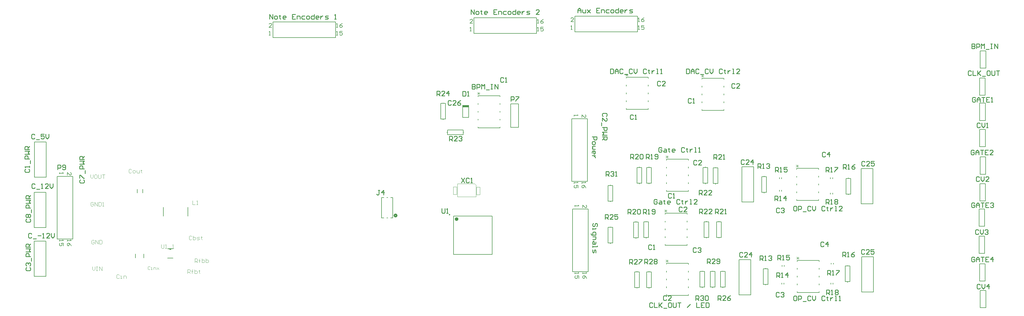
<source format=gto>
G04 Layer_Color=65535*
%FSLAX24Y24*%
%MOIN*%
G70*
G01*
G75*
%ADD24C,0.0100*%
%ADD40C,0.0060*%
%ADD41C,0.0098*%
%ADD42C,0.0236*%
%ADD43C,0.0200*%
%ADD44C,0.0079*%
%ADD45C,0.0039*%
%ADD46C,0.0030*%
%ADD47C,0.0080*%
%ADD48C,0.0020*%
%ADD49R,0.0748X0.0315*%
D24*
X5204Y-21949D02*
Y-21349D01*
X5504D01*
X5603Y-21449D01*
Y-21649D01*
X5504Y-21749D01*
X5204D01*
X5803Y-21849D02*
X5903Y-21949D01*
X6103D01*
X6203Y-21849D01*
Y-21449D01*
X6103Y-21349D01*
X5903D01*
X5803Y-21449D01*
Y-21549D01*
X5903Y-21649D01*
X6203D01*
X2270Y-17512D02*
X2170Y-17412D01*
X1970D01*
X1870Y-17512D01*
Y-17912D01*
X1970Y-18012D01*
X2170D01*
X2270Y-17912D01*
X2470Y-18112D02*
X2870D01*
X3470Y-17412D02*
X3070D01*
Y-17712D01*
X3270Y-17612D01*
X3370D01*
X3470Y-17712D01*
Y-17912D01*
X3370Y-18012D01*
X3170D01*
X3070Y-17912D01*
X3670Y-17412D02*
Y-17812D01*
X3869Y-18012D01*
X4069Y-17812D01*
Y-17412D01*
X2299Y-23851D02*
X2200Y-23751D01*
X2000D01*
X1900Y-23851D01*
Y-24250D01*
X2000Y-24350D01*
X2200D01*
X2299Y-24250D01*
X2499Y-24450D02*
X2899D01*
X3099Y-24350D02*
X3299D01*
X3199D01*
Y-23751D01*
X3099Y-23851D01*
X3999Y-24350D02*
X3599D01*
X3999Y-23951D01*
Y-23851D01*
X3899Y-23751D01*
X3699D01*
X3599Y-23851D01*
X4199Y-23751D02*
Y-24150D01*
X4399Y-24350D01*
X4599Y-24150D01*
Y-23751D01*
X1876Y-30179D02*
X1776Y-30079D01*
X1576D01*
X1476Y-30179D01*
Y-30579D01*
X1576Y-30679D01*
X1776D01*
X1876Y-30579D01*
X2076Y-30779D02*
X2476D01*
X2676Y-30379D02*
X3076D01*
X3276Y-30679D02*
X3476D01*
X3376D01*
Y-30079D01*
X3276Y-30179D01*
X4175Y-30679D02*
X3776D01*
X4175Y-30279D01*
Y-30179D01*
X4076Y-30079D01*
X3876D01*
X3776Y-30179D01*
X4375Y-30079D02*
Y-30479D01*
X4575Y-30679D01*
X4775Y-30479D01*
Y-30079D01*
X1262Y-28262D02*
X1162Y-28362D01*
Y-28561D01*
X1262Y-28661D01*
X1662D01*
X1762Y-28561D01*
Y-28362D01*
X1662Y-28262D01*
X1262Y-28062D02*
X1162Y-27962D01*
Y-27762D01*
X1262Y-27662D01*
X1362D01*
X1462Y-27762D01*
X1562Y-27662D01*
X1662D01*
X1762Y-27762D01*
Y-27962D01*
X1662Y-28062D01*
X1562D01*
X1462Y-27962D01*
X1362Y-28062D01*
X1262D01*
X1462Y-27962D02*
Y-27762D01*
X1862Y-27462D02*
Y-27062D01*
X1762Y-26862D02*
X1162D01*
Y-26562D01*
X1262Y-26462D01*
X1462D01*
X1562Y-26562D01*
Y-26862D01*
X1162Y-26262D02*
X1762D01*
X1562Y-26062D01*
X1762Y-25862D01*
X1162D01*
X1762Y-25662D02*
X1162D01*
Y-25362D01*
X1262Y-25263D01*
X1462D01*
X1562Y-25362D01*
Y-25662D01*
Y-25462D02*
X1762Y-25263D01*
X8132Y-23242D02*
X8032Y-23342D01*
Y-23542D01*
X8132Y-23642D01*
X8532D01*
X8632Y-23542D01*
Y-23342D01*
X8532Y-23242D01*
X8032Y-23042D02*
Y-22642D01*
X8132D01*
X8532Y-23042D01*
X8632D01*
X8732Y-22442D02*
Y-22042D01*
X8632Y-21842D02*
X8032D01*
Y-21542D01*
X8132Y-21442D01*
X8332D01*
X8432Y-21542D01*
Y-21842D01*
X8032Y-21243D02*
X8632D01*
X8432Y-21043D01*
X8632Y-20843D01*
X8032D01*
X8632Y-20643D02*
X8032D01*
Y-20343D01*
X8132Y-20243D01*
X8332D01*
X8432Y-20343D01*
Y-20643D01*
Y-20443D02*
X8632Y-20243D01*
X103297Y-19818D02*
X103197Y-19718D01*
X102997D01*
X102897Y-19818D01*
Y-20218D01*
X102997Y-20318D01*
X103197D01*
X103297Y-20218D01*
X103797Y-20318D02*
Y-19718D01*
X103497Y-20018D01*
X103897D01*
X103097Y-31278D02*
X102997Y-31178D01*
X102797D01*
X102697Y-31278D01*
Y-31678D01*
X102797Y-31778D01*
X102997D01*
X103097Y-31678D01*
X103597Y-31778D02*
Y-31178D01*
X103297Y-31478D01*
X103697D01*
X1262Y-34462D02*
X1162Y-34562D01*
Y-34762D01*
X1262Y-34862D01*
X1662D01*
X1762Y-34762D01*
Y-34562D01*
X1662Y-34462D01*
X1262Y-34262D02*
X1162Y-34162D01*
Y-33963D01*
X1262Y-33863D01*
X1362D01*
X1462Y-33963D01*
Y-34062D01*
Y-33963D01*
X1562Y-33863D01*
X1662D01*
X1762Y-33963D01*
Y-34162D01*
X1662Y-34262D01*
X1862Y-33663D02*
Y-33263D01*
X1762Y-33063D02*
X1162D01*
Y-32763D01*
X1262Y-32663D01*
X1462D01*
X1562Y-32763D01*
Y-33063D01*
X1162Y-32463D02*
X1762D01*
X1562Y-32263D01*
X1762Y-32063D01*
X1162D01*
X1762Y-31863D02*
X1162D01*
Y-31563D01*
X1262Y-31463D01*
X1462D01*
X1562Y-31563D01*
Y-31863D01*
Y-31663D02*
X1762Y-31463D01*
X86797Y-32018D02*
X86697Y-31918D01*
X86497D01*
X86397Y-32018D01*
Y-32418D01*
X86497Y-32518D01*
X86697D01*
X86797Y-32418D01*
X86997Y-32018D02*
X87097Y-31918D01*
X87297D01*
X87397Y-32018D01*
Y-32118D01*
X87297Y-32218D01*
X87197D01*
X87297D01*
X87397Y-32318D01*
Y-32418D01*
X87297Y-32518D01*
X87097D01*
X86997Y-32418D01*
X97408Y-26971D02*
X97308Y-26871D01*
X97108D01*
X97008Y-26971D01*
Y-27371D01*
X97108Y-27470D01*
X97308D01*
X97408Y-27371D01*
X97608Y-26971D02*
X97708Y-26871D01*
X97908D01*
X98008Y-26971D01*
Y-27071D01*
X97908Y-27171D01*
X97808D01*
X97908D01*
X98008Y-27271D01*
Y-27371D01*
X97908Y-27470D01*
X97708D01*
X97608Y-27371D01*
X97398Y-37729D02*
X97298Y-37629D01*
X97098D01*
X96998Y-37729D01*
Y-38128D01*
X97098Y-38228D01*
X97298D01*
X97398Y-38128D01*
X97598Y-37729D02*
X97698Y-37629D01*
X97898D01*
X97998Y-37729D01*
Y-37828D01*
X97898Y-37928D01*
X97798D01*
X97898D01*
X97998Y-38028D01*
Y-38128D01*
X97898Y-38228D01*
X97698D01*
X97598Y-38128D01*
X75283Y-15173D02*
X75383Y-15074D01*
Y-14874D01*
X75283Y-14774D01*
X74883D01*
X74783Y-14874D01*
Y-15074D01*
X74883Y-15173D01*
X74783Y-15773D02*
Y-15373D01*
X75183Y-15773D01*
X75283D01*
X75383Y-15673D01*
Y-15473D01*
X75283Y-15373D01*
X74683Y-15973D02*
Y-16373D01*
X74783Y-16573D02*
X75383D01*
Y-16873D01*
X75283Y-16973D01*
X75083D01*
X74983Y-16873D01*
Y-16573D01*
X75383Y-17173D02*
X74783D01*
X74983Y-17373D01*
X74783Y-17573D01*
X75383D01*
X74783Y-17773D02*
X75383D01*
Y-18073D01*
X75283Y-18173D01*
X75083D01*
X74983Y-18073D01*
Y-17773D01*
Y-17973D02*
X74783Y-18173D01*
X82969Y-38162D02*
X82869Y-38062D01*
X82669D01*
X82569Y-38162D01*
Y-38561D01*
X82669Y-38661D01*
X82869D01*
X82969Y-38561D01*
X83569Y-38661D02*
X83169D01*
X83569Y-38262D01*
Y-38162D01*
X83469Y-38062D01*
X83269D01*
X83169Y-38162D01*
X84986Y-26823D02*
X84887Y-26723D01*
X84687D01*
X84587Y-26823D01*
Y-27223D01*
X84687Y-27323D01*
X84887D01*
X84986Y-27223D01*
X85586Y-27323D02*
X85186D01*
X85586Y-26923D01*
Y-26823D01*
X85486Y-26723D01*
X85286D01*
X85186Y-26823D01*
X86847Y-20868D02*
X86747Y-20768D01*
X86547D01*
X86447Y-20868D01*
Y-21268D01*
X86547Y-21368D01*
X86747D01*
X86847Y-21268D01*
X87447Y-21368D02*
X87047D01*
X87447Y-20968D01*
Y-20868D01*
X87347Y-20768D01*
X87147D01*
X87047Y-20868D01*
X91719Y-11065D02*
X91619Y-10965D01*
X91419D01*
X91319Y-11065D01*
Y-11465D01*
X91419Y-11565D01*
X91619D01*
X91719Y-11465D01*
X92319Y-11565D02*
X91919D01*
X92319Y-11165D01*
Y-11065D01*
X92219Y-10965D01*
X92019D01*
X91919Y-11065D01*
X82227Y-10768D02*
X82127Y-10668D01*
X81927D01*
X81827Y-10768D01*
Y-11168D01*
X81927Y-11268D01*
X82127D01*
X82227Y-11168D01*
X82827Y-11268D02*
X82427D01*
X82827Y-10868D01*
Y-10768D01*
X82727Y-10668D01*
X82527D01*
X82427Y-10768D01*
X1114Y-21893D02*
X1014Y-21993D01*
Y-22193D01*
X1114Y-22293D01*
X1514D01*
X1614Y-22193D01*
Y-21993D01*
X1514Y-21893D01*
X1614Y-21693D02*
Y-21494D01*
Y-21594D01*
X1014D01*
X1114Y-21693D01*
X1714Y-21194D02*
Y-20794D01*
X1614Y-20594D02*
X1014D01*
Y-20294D01*
X1114Y-20194D01*
X1314D01*
X1414Y-20294D01*
Y-20594D01*
X1014Y-19994D02*
X1614D01*
X1414Y-19794D01*
X1614Y-19594D01*
X1014D01*
X1614Y-19394D02*
X1014D01*
Y-19094D01*
X1114Y-18994D01*
X1314D01*
X1414Y-19094D01*
Y-19394D01*
Y-19194D02*
X1614Y-18994D01*
X62167Y-10278D02*
X62067Y-10178D01*
X61867D01*
X61767Y-10278D01*
Y-10678D01*
X61867Y-10778D01*
X62067D01*
X62167Y-10678D01*
X62367Y-10778D02*
X62567D01*
X62467D01*
Y-10178D01*
X62367Y-10278D01*
X81089Y-31666D02*
X80989Y-31566D01*
X80789D01*
X80689Y-31666D01*
Y-32065D01*
X80789Y-32165D01*
X80989D01*
X81089Y-32065D01*
X81289Y-32165D02*
X81489D01*
X81389D01*
Y-31566D01*
X81289Y-31666D01*
X83628Y-25091D02*
X83528Y-24991D01*
X83328D01*
X83228Y-25091D01*
Y-25491D01*
X83328Y-25591D01*
X83528D01*
X83628Y-25491D01*
X83828Y-25591D02*
X84028D01*
X83928D01*
Y-24991D01*
X83828Y-25091D01*
X86158Y-12945D02*
X86058Y-12845D01*
X85858D01*
X85758Y-12945D01*
Y-13345D01*
X85858Y-13445D01*
X86058D01*
X86158Y-13345D01*
X86358Y-13445D02*
X86558D01*
X86458D01*
Y-12845D01*
X86358Y-12945D01*
X78746Y-15042D02*
X78646Y-14942D01*
X78446D01*
X78346Y-15042D01*
Y-15441D01*
X78446Y-15541D01*
X78646D01*
X78746Y-15441D01*
X78946Y-15541D02*
X79146D01*
X79046D01*
Y-14942D01*
X78946Y-15042D01*
X32293Y-2717D02*
Y-2117D01*
X32693Y-2717D01*
Y-2117D01*
X32993Y-2717D02*
X33193D01*
X33293Y-2617D01*
Y-2417D01*
X33193Y-2317D01*
X32993D01*
X32893Y-2417D01*
Y-2617D01*
X32993Y-2717D01*
X33593Y-2217D02*
Y-2317D01*
X33493D01*
X33693D01*
X33593D01*
Y-2617D01*
X33693Y-2717D01*
X34293D02*
X34093D01*
X33993Y-2617D01*
Y-2417D01*
X34093Y-2317D01*
X34293D01*
X34393Y-2417D01*
Y-2517D01*
X33993D01*
X35592Y-2117D02*
X35192D01*
Y-2717D01*
X35592D01*
X35192Y-2417D02*
X35392D01*
X35792Y-2717D02*
Y-2317D01*
X36092D01*
X36192Y-2417D01*
Y-2717D01*
X36792Y-2317D02*
X36492D01*
X36392Y-2417D01*
Y-2617D01*
X36492Y-2717D01*
X36792D01*
X37092D02*
X37292D01*
X37392Y-2617D01*
Y-2417D01*
X37292Y-2317D01*
X37092D01*
X36992Y-2417D01*
Y-2617D01*
X37092Y-2717D01*
X37991Y-2117D02*
Y-2717D01*
X37692D01*
X37592Y-2617D01*
Y-2417D01*
X37692Y-2317D01*
X37991D01*
X38491Y-2717D02*
X38291D01*
X38191Y-2617D01*
Y-2417D01*
X38291Y-2317D01*
X38491D01*
X38591Y-2417D01*
Y-2517D01*
X38191D01*
X38791Y-2317D02*
Y-2717D01*
Y-2517D01*
X38891Y-2417D01*
X38991Y-2317D01*
X39091D01*
X39391Y-2717D02*
X39691D01*
X39791Y-2617D01*
X39691Y-2517D01*
X39491D01*
X39391Y-2417D01*
X39491Y-2317D01*
X39791D01*
X40591Y-2717D02*
X40791D01*
X40691D01*
Y-2117D01*
X40591Y-2217D01*
X58012Y-2126D02*
Y-1526D01*
X58412Y-2126D01*
Y-1526D01*
X58712Y-2126D02*
X58912D01*
X59011Y-2026D01*
Y-1826D01*
X58912Y-1726D01*
X58712D01*
X58612Y-1826D01*
Y-2026D01*
X58712Y-2126D01*
X59311Y-1626D02*
Y-1726D01*
X59211D01*
X59411D01*
X59311D01*
Y-2026D01*
X59411Y-2126D01*
X60011D02*
X59811D01*
X59711Y-2026D01*
Y-1826D01*
X59811Y-1726D01*
X60011D01*
X60111Y-1826D01*
Y-1926D01*
X59711D01*
X61311Y-1526D02*
X60911D01*
Y-2126D01*
X61311D01*
X60911Y-1826D02*
X61111D01*
X61511Y-2126D02*
Y-1726D01*
X61811D01*
X61911Y-1826D01*
Y-2126D01*
X62510Y-1726D02*
X62210D01*
X62110Y-1826D01*
Y-2026D01*
X62210Y-2126D01*
X62510D01*
X62810D02*
X63010D01*
X63110Y-2026D01*
Y-1826D01*
X63010Y-1726D01*
X62810D01*
X62710Y-1826D01*
Y-2026D01*
X62810Y-2126D01*
X63710Y-1526D02*
Y-2126D01*
X63410D01*
X63310Y-2026D01*
Y-1826D01*
X63410Y-1726D01*
X63710D01*
X64210Y-2126D02*
X64010D01*
X63910Y-2026D01*
Y-1826D01*
X64010Y-1726D01*
X64210D01*
X64310Y-1826D01*
Y-1926D01*
X63910D01*
X64510Y-1726D02*
Y-2126D01*
Y-1926D01*
X64610Y-1826D01*
X64710Y-1726D01*
X64810D01*
X65110Y-2126D02*
X65409D01*
X65509Y-2026D01*
X65409Y-1926D01*
X65209D01*
X65110Y-1826D01*
X65209Y-1726D01*
X65509D01*
X66709Y-2126D02*
X66309D01*
X66709Y-1726D01*
Y-1626D01*
X66609Y-1526D01*
X66409D01*
X66309Y-1626D01*
X71654Y-1909D02*
Y-1510D01*
X71853Y-1310D01*
X72053Y-1510D01*
Y-1909D01*
Y-1610D01*
X71654D01*
X72253Y-1510D02*
Y-1809D01*
X72353Y-1909D01*
X72653D01*
Y-1510D01*
X72853D02*
X73253Y-1909D01*
X73053Y-1710D01*
X73253Y-1510D01*
X72853Y-1909D01*
X74453Y-1310D02*
X74053D01*
Y-1909D01*
X74453D01*
X74053Y-1610D02*
X74253D01*
X74653Y-1909D02*
Y-1510D01*
X74952D01*
X75052Y-1610D01*
Y-1909D01*
X75652Y-1510D02*
X75352D01*
X75252Y-1610D01*
Y-1809D01*
X75352Y-1909D01*
X75652D01*
X75952D02*
X76152D01*
X76252Y-1809D01*
Y-1610D01*
X76152Y-1510D01*
X75952D01*
X75852Y-1610D01*
Y-1809D01*
X75952Y-1909D01*
X76852Y-1310D02*
Y-1909D01*
X76552D01*
X76452Y-1809D01*
Y-1610D01*
X76552Y-1510D01*
X76852D01*
X77352Y-1909D02*
X77152D01*
X77052Y-1809D01*
Y-1610D01*
X77152Y-1510D01*
X77352D01*
X77452Y-1610D01*
Y-1710D01*
X77052D01*
X77652Y-1510D02*
Y-1909D01*
Y-1710D01*
X77752Y-1610D01*
X77852Y-1510D01*
X77952D01*
X78251Y-1909D02*
X78551D01*
X78651Y-1809D01*
X78551Y-1710D01*
X78351D01*
X78251Y-1610D01*
X78351Y-1510D01*
X78651D01*
X74033Y-29209D02*
X74133Y-29109D01*
Y-28909D01*
X74033Y-28809D01*
X73933D01*
X73833Y-28909D01*
Y-29109D01*
X73733Y-29209D01*
X73633D01*
X73533Y-29109D01*
Y-28909D01*
X73633Y-28809D01*
X73533Y-29409D02*
Y-29609D01*
Y-29509D01*
X73933D01*
Y-29409D01*
X73334Y-30109D02*
Y-30209D01*
X73433Y-30309D01*
X73933D01*
Y-30009D01*
X73833Y-29909D01*
X73633D01*
X73533Y-30009D01*
Y-30309D01*
Y-30509D02*
X73933D01*
Y-30808D01*
X73833Y-30908D01*
X73533D01*
X73933Y-31208D02*
Y-31408D01*
X73833Y-31508D01*
X73533D01*
Y-31208D01*
X73633Y-31108D01*
X73733Y-31208D01*
Y-31508D01*
X73533Y-31708D02*
Y-31908D01*
Y-31808D01*
X74133D01*
Y-31708D01*
X73533Y-32208D02*
Y-32508D01*
X73633Y-32608D01*
X73733Y-32508D01*
Y-32308D01*
X73833Y-32208D01*
X73933Y-32308D01*
Y-32608D01*
X73494Y-17756D02*
X74094D01*
Y-18056D01*
X73994Y-18156D01*
X73794D01*
X73694Y-18056D01*
Y-17756D01*
X73494Y-18456D02*
Y-18656D01*
X73594Y-18756D01*
X73794D01*
X73894Y-18656D01*
Y-18456D01*
X73794Y-18356D01*
X73594D01*
X73494Y-18456D01*
X73894Y-18956D02*
X73594D01*
X73494Y-19055D01*
X73594Y-19155D01*
X73494Y-19255D01*
X73594Y-19355D01*
X73894D01*
X73494Y-19855D02*
Y-19655D01*
X73594Y-19555D01*
X73794D01*
X73894Y-19655D01*
Y-19855D01*
X73794Y-19955D01*
X73694D01*
Y-19555D01*
X73894Y-20155D02*
X73494D01*
X73694D01*
X73794Y-20255D01*
X73894Y-20355D01*
Y-20455D01*
X56772Y-23032D02*
X57172Y-23632D01*
Y-23032D02*
X56772Y-23632D01*
X57771Y-23132D02*
X57671Y-23032D01*
X57471D01*
X57371Y-23132D01*
Y-23532D01*
X57471Y-23632D01*
X57671D01*
X57771Y-23532D01*
X57971Y-23632D02*
X58171D01*
X58071D01*
Y-23032D01*
X57971Y-23132D01*
X81217Y-39047D02*
X81117Y-38947D01*
X80917D01*
X80817Y-39047D01*
Y-39447D01*
X80917Y-39547D01*
X81117D01*
X81217Y-39447D01*
X81417Y-38947D02*
Y-39547D01*
X81817D01*
X82017Y-38947D02*
Y-39547D01*
Y-39347D01*
X82416Y-38947D01*
X82117Y-39247D01*
X82416Y-39547D01*
X82616Y-39647D02*
X83016D01*
X83516Y-38947D02*
X83316D01*
X83216Y-39047D01*
Y-39447D01*
X83316Y-39547D01*
X83516D01*
X83616Y-39447D01*
Y-39047D01*
X83516Y-38947D01*
X83816D02*
Y-39447D01*
X83916Y-39547D01*
X84116D01*
X84216Y-39447D01*
Y-38947D01*
X84416D02*
X84816D01*
X84616D01*
Y-39547D01*
X85615D02*
X86015Y-39147D01*
X86815Y-38947D02*
Y-39547D01*
X87215D01*
X87815Y-38947D02*
X87415D01*
Y-39547D01*
X87815D01*
X87415Y-39247D02*
X87615D01*
X88015Y-38947D02*
Y-39547D01*
X88315D01*
X88414Y-39447D01*
Y-39047D01*
X88315Y-38947D01*
X88015D01*
X58140Y-11073D02*
Y-11673D01*
X58440D01*
X58540Y-11573D01*
Y-11473D01*
X58440Y-11373D01*
X58140D01*
X58440D01*
X58540Y-11273D01*
Y-11173D01*
X58440Y-11073D01*
X58140D01*
X58740Y-11673D02*
Y-11073D01*
X59039D01*
X59139Y-11173D01*
Y-11373D01*
X59039Y-11473D01*
X58740D01*
X59339Y-11673D02*
Y-11073D01*
X59539Y-11273D01*
X59739Y-11073D01*
Y-11673D01*
X59939Y-11773D02*
X60339D01*
X60539Y-11073D02*
X60739D01*
X60639D01*
Y-11673D01*
X60539D01*
X60739D01*
X61039D02*
Y-11073D01*
X61439Y-11673D01*
Y-11073D01*
X82388Y-19234D02*
X82288Y-19134D01*
X82088D01*
X81988Y-19234D01*
Y-19634D01*
X82088Y-19734D01*
X82288D01*
X82388Y-19634D01*
Y-19434D01*
X82188D01*
X82688Y-19334D02*
X82888D01*
X82988Y-19434D01*
Y-19734D01*
X82688D01*
X82588Y-19634D01*
X82688Y-19534D01*
X82988D01*
X83288Y-19234D02*
Y-19334D01*
X83188D01*
X83388D01*
X83288D01*
Y-19634D01*
X83388Y-19734D01*
X83988D02*
X83788D01*
X83688Y-19634D01*
Y-19434D01*
X83788Y-19334D01*
X83988D01*
X84088Y-19434D01*
Y-19534D01*
X83688D01*
X85287Y-19234D02*
X85187Y-19134D01*
X84987D01*
X84887Y-19234D01*
Y-19634D01*
X84987Y-19734D01*
X85187D01*
X85287Y-19634D01*
X85587Y-19234D02*
Y-19334D01*
X85487D01*
X85687D01*
X85587D01*
Y-19634D01*
X85687Y-19734D01*
X85987Y-19334D02*
Y-19734D01*
Y-19534D01*
X86087Y-19434D01*
X86187Y-19334D01*
X86287D01*
X86587Y-19734D02*
X86787D01*
X86687D01*
Y-19134D01*
X86587D01*
X87087Y-19734D02*
X87286D01*
X87187D01*
Y-19134D01*
X87087Y-19234D01*
X99503Y-26634D02*
X99303D01*
X99203Y-26734D01*
Y-27134D01*
X99303Y-27234D01*
X99503D01*
X99603Y-27134D01*
Y-26734D01*
X99503Y-26634D01*
X99803Y-27234D02*
Y-26634D01*
X100102D01*
X100202Y-26734D01*
Y-26934D01*
X100102Y-27034D01*
X99803D01*
X100402Y-27334D02*
X100802D01*
X101402Y-26734D02*
X101302Y-26634D01*
X101102D01*
X101002Y-26734D01*
Y-27134D01*
X101102Y-27234D01*
X101302D01*
X101402Y-27134D01*
X101602Y-26634D02*
Y-27034D01*
X101802Y-27234D01*
X102002Y-27034D01*
Y-26634D01*
X103201Y-26734D02*
X103101Y-26634D01*
X102902D01*
X102802Y-26734D01*
Y-27134D01*
X102902Y-27234D01*
X103101D01*
X103201Y-27134D01*
X103501Y-26734D02*
Y-26834D01*
X103401D01*
X103601D01*
X103501D01*
Y-27134D01*
X103601Y-27234D01*
X103901Y-26834D02*
Y-27234D01*
Y-27034D01*
X104001Y-26934D01*
X104101Y-26834D01*
X104201D01*
X104501Y-27234D02*
X104701D01*
X104601D01*
Y-26634D01*
X104501D01*
X105401Y-27234D02*
X105001D01*
X105401Y-26834D01*
Y-26734D01*
X105301Y-26634D01*
X105101D01*
X105001Y-26734D01*
X85522Y-9085D02*
Y-9685D01*
X85822D01*
X85922Y-9585D01*
Y-9185D01*
X85822Y-9085D01*
X85522D01*
X86121Y-9685D02*
Y-9285D01*
X86321Y-9085D01*
X86521Y-9285D01*
Y-9685D01*
Y-9385D01*
X86121D01*
X87121Y-9185D02*
X87021Y-9085D01*
X86821D01*
X86721Y-9185D01*
Y-9585D01*
X86821Y-9685D01*
X87021D01*
X87121Y-9585D01*
X87321Y-9785D02*
X87721D01*
X88321Y-9185D02*
X88221Y-9085D01*
X88021D01*
X87921Y-9185D01*
Y-9585D01*
X88021Y-9685D01*
X88221D01*
X88321Y-9585D01*
X88521Y-9085D02*
Y-9485D01*
X88721Y-9685D01*
X88921Y-9485D01*
Y-9085D01*
X90120Y-9185D02*
X90020Y-9085D01*
X89820D01*
X89720Y-9185D01*
Y-9585D01*
X89820Y-9685D01*
X90020D01*
X90120Y-9585D01*
X90420Y-9185D02*
Y-9285D01*
X90320D01*
X90520D01*
X90420D01*
Y-9585D01*
X90520Y-9685D01*
X90820Y-9285D02*
Y-9685D01*
Y-9485D01*
X90920Y-9385D01*
X91020Y-9285D01*
X91120D01*
X91420Y-9685D02*
X91620D01*
X91520D01*
Y-9085D01*
X91420D01*
X92319Y-9685D02*
X91920D01*
X92319Y-9285D01*
Y-9185D01*
X92219Y-9085D01*
X92020D01*
X91920Y-9185D01*
X75246Y-22805D02*
Y-22205D01*
X75546D01*
X75646Y-22305D01*
Y-22505D01*
X75546Y-22605D01*
X75246D01*
X75446D02*
X75646Y-22805D01*
X75846Y-22305D02*
X75946Y-22205D01*
X76146D01*
X76246Y-22305D01*
Y-22405D01*
X76146Y-22505D01*
X76046D01*
X76146D01*
X76246Y-22605D01*
Y-22705D01*
X76146Y-22805D01*
X75946D01*
X75846Y-22705D01*
X76446Y-22805D02*
X76646D01*
X76546D01*
Y-22205D01*
X76446Y-22305D01*
X86722Y-38647D02*
Y-38047D01*
X87022D01*
X87122Y-38147D01*
Y-38347D01*
X87022Y-38447D01*
X86722D01*
X86922D02*
X87122Y-38647D01*
X87322Y-38147D02*
X87422Y-38047D01*
X87622D01*
X87722Y-38147D01*
Y-38247D01*
X87622Y-38347D01*
X87522D01*
X87622D01*
X87722Y-38447D01*
Y-38547D01*
X87622Y-38647D01*
X87422D01*
X87322Y-38547D01*
X87922Y-38147D02*
X88022Y-38047D01*
X88222D01*
X88322Y-38147D01*
Y-38547D01*
X88222Y-38647D01*
X88022D01*
X87922Y-38547D01*
Y-38147D01*
X88179Y-33972D02*
Y-33372D01*
X88479D01*
X88579Y-33472D01*
Y-33672D01*
X88479Y-33772D01*
X88179D01*
X88379D02*
X88579Y-33972D01*
X89179D02*
X88779D01*
X89179Y-33572D01*
Y-33472D01*
X89079Y-33372D01*
X88879D01*
X88779Y-33472D01*
X89379Y-33872D02*
X89479Y-33972D01*
X89679D01*
X89779Y-33872D01*
Y-33472D01*
X89679Y-33372D01*
X89479D01*
X89379Y-33472D01*
Y-33572D01*
X89479Y-33672D01*
X89779D01*
X80167Y-34001D02*
Y-33401D01*
X80467D01*
X80567Y-33501D01*
Y-33701D01*
X80467Y-33801D01*
X80167D01*
X80367D02*
X80567Y-34001D01*
X81167D02*
X80767D01*
X81167Y-33601D01*
Y-33501D01*
X81067Y-33401D01*
X80867D01*
X80767Y-33501D01*
X81367D02*
X81467Y-33401D01*
X81667D01*
X81767Y-33501D01*
Y-33601D01*
X81667Y-33701D01*
X81767Y-33801D01*
Y-33901D01*
X81667Y-34001D01*
X81467D01*
X81367Y-33901D01*
Y-33801D01*
X81467Y-33701D01*
X81367Y-33601D01*
Y-33501D01*
X81467Y-33701D02*
X81667D01*
X78258Y-34021D02*
Y-33421D01*
X78558D01*
X78658Y-33521D01*
Y-33721D01*
X78558Y-33821D01*
X78258D01*
X78458D02*
X78658Y-34021D01*
X79258D02*
X78858D01*
X79258Y-33621D01*
Y-33521D01*
X79158Y-33421D01*
X78958D01*
X78858Y-33521D01*
X79457Y-33421D02*
X79857D01*
Y-33521D01*
X79457Y-33921D01*
Y-34021D01*
X89537Y-38647D02*
Y-38047D01*
X89837D01*
X89937Y-38147D01*
Y-38347D01*
X89837Y-38447D01*
X89537D01*
X89737D02*
X89937Y-38647D01*
X90537D02*
X90137D01*
X90537Y-38247D01*
Y-38147D01*
X90437Y-38047D01*
X90237D01*
X90137Y-38147D01*
X91137Y-38047D02*
X90937Y-38147D01*
X90737Y-38347D01*
Y-38547D01*
X90837Y-38647D01*
X91037D01*
X91137Y-38547D01*
Y-38447D01*
X91037Y-38347D01*
X90737D01*
X53663Y-12511D02*
Y-11911D01*
X53963D01*
X54063Y-12011D01*
Y-12211D01*
X53963Y-12311D01*
X53663D01*
X53863D02*
X54063Y-12511D01*
X54663D02*
X54263D01*
X54663Y-12111D01*
Y-12011D01*
X54563Y-11911D01*
X54363D01*
X54263Y-12011D01*
X55163Y-12511D02*
Y-11911D01*
X54863Y-12211D01*
X55263D01*
X55256Y-18297D02*
Y-17697D01*
X55556D01*
X55656Y-17797D01*
Y-17997D01*
X55556Y-18097D01*
X55256D01*
X55456D02*
X55656Y-18297D01*
X56256D02*
X55856D01*
X56256Y-17897D01*
Y-17797D01*
X56156Y-17697D01*
X55956D01*
X55856Y-17797D01*
X56456D02*
X56555Y-17697D01*
X56755D01*
X56855Y-17797D01*
Y-17897D01*
X56755Y-17997D01*
X56655D01*
X56755D01*
X56855Y-18097D01*
Y-18197D01*
X56755Y-18297D01*
X56555D01*
X56456Y-18197D01*
X87136Y-25207D02*
Y-24607D01*
X87436D01*
X87536Y-24707D01*
Y-24907D01*
X87436Y-25007D01*
X87136D01*
X87336D02*
X87536Y-25207D01*
X88135D02*
X87736D01*
X88135Y-24807D01*
Y-24707D01*
X88036Y-24607D01*
X87836D01*
X87736Y-24707D01*
X88735Y-25207D02*
X88335D01*
X88735Y-24807D01*
Y-24707D01*
X88635Y-24607D01*
X88435D01*
X88335Y-24707D01*
X89017Y-20618D02*
Y-20018D01*
X89317D01*
X89417Y-20118D01*
Y-20318D01*
X89317Y-20418D01*
X89017D01*
X89217D02*
X89417Y-20618D01*
X90017D02*
X89617D01*
X90017Y-20218D01*
Y-20118D01*
X89917Y-20018D01*
X89717D01*
X89617Y-20118D01*
X90217Y-20618D02*
X90417D01*
X90317D01*
Y-20018D01*
X90217Y-20118D01*
X78366Y-20596D02*
Y-19996D01*
X78666D01*
X78766Y-20096D01*
Y-20296D01*
X78666Y-20396D01*
X78366D01*
X78566D02*
X78766Y-20596D01*
X79366D02*
X78966D01*
X79366Y-20196D01*
Y-20096D01*
X79266Y-19996D01*
X79066D01*
X78966Y-20096D01*
X79566D02*
X79666Y-19996D01*
X79866D01*
X79966Y-20096D01*
Y-20496D01*
X79866Y-20596D01*
X79666D01*
X79566Y-20496D01*
Y-20096D01*
X80374Y-20596D02*
Y-19996D01*
X80674D01*
X80774Y-20096D01*
Y-20296D01*
X80674Y-20396D01*
X80374D01*
X80574D02*
X80774Y-20596D01*
X80974D02*
X81174D01*
X81074D01*
Y-19996D01*
X80974Y-20096D01*
X81474Y-20496D02*
X81574Y-20596D01*
X81774D01*
X81874Y-20496D01*
Y-20096D01*
X81774Y-19996D01*
X81574D01*
X81474Y-20096D01*
Y-20196D01*
X81574Y-20296D01*
X81874D01*
X105551Y-21890D02*
Y-21290D01*
X105851D01*
X105951Y-21390D01*
Y-21590D01*
X105851Y-21690D01*
X105551D01*
X105751D02*
X105951Y-21890D01*
X106151D02*
X106351D01*
X106251D01*
Y-21290D01*
X106151Y-21390D01*
X107051Y-21290D02*
X106851Y-21390D01*
X106651Y-21590D01*
Y-21790D01*
X106751Y-21890D01*
X106951D01*
X107051Y-21790D01*
Y-21690D01*
X106951Y-21590D01*
X106651D01*
X94656Y-21781D02*
Y-21182D01*
X94955D01*
X95055Y-21282D01*
Y-21482D01*
X94955Y-21582D01*
X94656D01*
X94855D02*
X95055Y-21781D01*
X95255D02*
X95455D01*
X95355D01*
Y-21182D01*
X95255Y-21282D01*
X95755D02*
X95855Y-21182D01*
X96055D01*
X96155Y-21282D01*
Y-21382D01*
X96055Y-21482D01*
X95955D01*
X96055D01*
X96155Y-21582D01*
Y-21682D01*
X96055Y-21781D01*
X95855D01*
X95755Y-21682D01*
X63131Y-13231D02*
Y-12631D01*
X63430D01*
X63530Y-12731D01*
Y-12931D01*
X63430Y-13031D01*
X63131D01*
X63730Y-12631D02*
X64130D01*
Y-12731D01*
X63730Y-13131D01*
Y-13231D01*
X123048Y-36685D02*
X122948Y-36585D01*
X122748D01*
X122648Y-36685D01*
Y-37085D01*
X122748Y-37185D01*
X122948D01*
X123048Y-37085D01*
X123247Y-36585D02*
Y-36985D01*
X123447Y-37185D01*
X123647Y-36985D01*
Y-36585D01*
X124147Y-37185D02*
Y-36585D01*
X123847Y-36885D01*
X124247D01*
X122359Y-33211D02*
X122259Y-33111D01*
X122059D01*
X121959Y-33211D01*
Y-33611D01*
X122059Y-33711D01*
X122259D01*
X122359Y-33611D01*
Y-33411D01*
X122159D01*
X122558Y-33711D02*
Y-33311D01*
X122758Y-33111D01*
X122958Y-33311D01*
Y-33711D01*
Y-33411D01*
X122558D01*
X123158Y-33111D02*
X123558D01*
X123358D01*
Y-33711D01*
X124158Y-33111D02*
X123758D01*
Y-33711D01*
X124158D01*
X123758Y-33411D02*
X123958D01*
X124658Y-33711D02*
Y-33111D01*
X124358Y-33411D01*
X124758D01*
X122349Y-26301D02*
X122249Y-26201D01*
X122049D01*
X121949Y-26301D01*
Y-26701D01*
X122049Y-26801D01*
X122249D01*
X122349Y-26701D01*
Y-26501D01*
X122149D01*
X122549Y-26801D02*
Y-26401D01*
X122749Y-26201D01*
X122949Y-26401D01*
Y-26801D01*
Y-26501D01*
X122549D01*
X123148Y-26201D02*
X123548D01*
X123348D01*
Y-26801D01*
X124148Y-26201D02*
X123748D01*
Y-26801D01*
X124148D01*
X123748Y-26501D02*
X123948D01*
X124348Y-26301D02*
X124448Y-26201D01*
X124648D01*
X124748Y-26301D01*
Y-26401D01*
X124648Y-26501D01*
X124548D01*
X124648D01*
X124748Y-26601D01*
Y-26701D01*
X124648Y-26801D01*
X124448D01*
X124348Y-26701D01*
X122949Y-22955D02*
X122849Y-22855D01*
X122649D01*
X122549Y-22955D01*
Y-23355D01*
X122649Y-23455D01*
X122849D01*
X122949Y-23355D01*
X123149Y-22855D02*
Y-23255D01*
X123349Y-23455D01*
X123549Y-23255D01*
Y-22855D01*
X124149Y-23455D02*
X123749D01*
X124149Y-23055D01*
Y-22955D01*
X124049Y-22855D01*
X123849D01*
X123749Y-22955D01*
X122290Y-19569D02*
X122190Y-19469D01*
X121990D01*
X121890Y-19569D01*
Y-19969D01*
X121990Y-20069D01*
X122190D01*
X122290Y-19969D01*
Y-19769D01*
X122090D01*
X122490Y-20069D02*
Y-19669D01*
X122690Y-19469D01*
X122889Y-19669D01*
Y-20069D01*
Y-19769D01*
X122490D01*
X123089Y-19469D02*
X123489D01*
X123289D01*
Y-20069D01*
X124089Y-19469D02*
X123689D01*
Y-20069D01*
X124089D01*
X123689Y-19769D02*
X123889D01*
X124689Y-20069D02*
X124289D01*
X124689Y-19669D01*
Y-19569D01*
X124589Y-19469D01*
X124389D01*
X124289Y-19569D01*
X123048Y-16085D02*
X122948Y-15985D01*
X122748D01*
X122648Y-16085D01*
Y-16485D01*
X122748Y-16585D01*
X122948D01*
X123048Y-16485D01*
X123247Y-15985D02*
Y-16385D01*
X123447Y-16585D01*
X123647Y-16385D01*
Y-15985D01*
X123847Y-16585D02*
X124047D01*
X123947D01*
Y-15985D01*
X123847Y-16085D01*
X122437Y-12827D02*
X122337Y-12727D01*
X122137D01*
X122037Y-12827D01*
Y-13227D01*
X122137Y-13327D01*
X122337D01*
X122437Y-13227D01*
Y-13027D01*
X122237D01*
X122637Y-13327D02*
Y-12927D01*
X122837Y-12727D01*
X123037Y-12927D01*
Y-13327D01*
Y-13027D01*
X122637D01*
X123237Y-12727D02*
X123637D01*
X123437D01*
Y-13327D01*
X124237Y-12727D02*
X123837D01*
Y-13327D01*
X124237D01*
X123837Y-13027D02*
X124037D01*
X124437Y-13327D02*
X124637D01*
X124537D01*
Y-12727D01*
X124437Y-12827D01*
X121906Y-9441D02*
X121806Y-9341D01*
X121606D01*
X121506Y-9441D01*
Y-9841D01*
X121606Y-9941D01*
X121806D01*
X121906Y-9841D01*
X122106Y-9341D02*
Y-9941D01*
X122506D01*
X122706Y-9341D02*
Y-9941D01*
Y-9741D01*
X123105Y-9341D01*
X122805Y-9641D01*
X123105Y-9941D01*
X123305Y-10041D02*
X123705D01*
X124205Y-9341D02*
X124005D01*
X123905Y-9441D01*
Y-9841D01*
X124005Y-9941D01*
X124205D01*
X124305Y-9841D01*
Y-9441D01*
X124205Y-9341D01*
X124505D02*
Y-9841D01*
X124605Y-9941D01*
X124805D01*
X124905Y-9841D01*
Y-9341D01*
X125105D02*
X125505D01*
X125305D01*
Y-9941D01*
X121978Y-5886D02*
Y-6486D01*
X122278D01*
X122378Y-6386D01*
Y-6286D01*
X122278Y-6186D01*
X121978D01*
X122278D01*
X122378Y-6086D01*
Y-5986D01*
X122278Y-5886D01*
X121978D01*
X122578Y-6486D02*
Y-5886D01*
X122878D01*
X122978Y-5986D01*
Y-6186D01*
X122878Y-6286D01*
X122578D01*
X123178Y-6486D02*
Y-5886D01*
X123378Y-6086D01*
X123578Y-5886D01*
Y-6486D01*
X123778Y-6586D02*
X124178D01*
X124378Y-5886D02*
X124578D01*
X124478D01*
Y-6486D01*
X124378D01*
X124578D01*
X124877D02*
Y-5886D01*
X125277Y-6486D01*
Y-5886D01*
X56949Y-11949D02*
Y-12549D01*
X57249D01*
X57349Y-12449D01*
Y-12049D01*
X57249Y-11949D01*
X56949D01*
X57549Y-12549D02*
X57749D01*
X57649D01*
Y-11949D01*
X57549Y-12049D01*
X55470Y-13241D02*
X55370Y-13141D01*
X55170D01*
X55071Y-13241D01*
Y-13641D01*
X55170Y-13741D01*
X55370D01*
X55470Y-13641D01*
X56070Y-13741D02*
X55670D01*
X56070Y-13341D01*
Y-13241D01*
X55970Y-13141D01*
X55770D01*
X55670Y-13241D01*
X56670Y-13141D02*
X56470Y-13241D01*
X56270Y-13441D01*
Y-13641D01*
X56370Y-13741D01*
X56570D01*
X56670Y-13641D01*
Y-13541D01*
X56570Y-13441D01*
X56270D01*
X54291Y-26940D02*
Y-27439D01*
X54391Y-27539D01*
X54591D01*
X54691Y-27439D01*
Y-26940D01*
X54891Y-27539D02*
X55091D01*
X54991D01*
Y-26940D01*
X54891Y-27040D01*
X81768Y-25868D02*
X81668Y-25768D01*
X81468D01*
X81368Y-25868D01*
Y-26268D01*
X81468Y-26368D01*
X81668D01*
X81768Y-26268D01*
Y-26068D01*
X81568D01*
X82068Y-25968D02*
X82268D01*
X82368Y-26068D01*
Y-26368D01*
X82068D01*
X81968Y-26268D01*
X82068Y-26168D01*
X82368D01*
X82668Y-25868D02*
Y-25968D01*
X82568D01*
X82768D01*
X82668D01*
Y-26268D01*
X82768Y-26368D01*
X83367D02*
X83168D01*
X83068Y-26268D01*
Y-26068D01*
X83168Y-25968D01*
X83367D01*
X83467Y-26068D01*
Y-26168D01*
X83068D01*
X84667Y-25868D02*
X84567Y-25768D01*
X84367D01*
X84267Y-25868D01*
Y-26268D01*
X84367Y-26368D01*
X84567D01*
X84667Y-26268D01*
X84967Y-25868D02*
Y-25968D01*
X84867D01*
X85067D01*
X84967D01*
Y-26268D01*
X85067Y-26368D01*
X85367Y-25968D02*
Y-26368D01*
Y-26168D01*
X85467Y-26068D01*
X85567Y-25968D01*
X85667D01*
X85967Y-26368D02*
X86167D01*
X86067D01*
Y-25768D01*
X85967D01*
X86866Y-26368D02*
X86466D01*
X86866Y-25968D01*
Y-25868D01*
X86766Y-25768D01*
X86566D01*
X86466Y-25868D01*
X99513Y-38081D02*
X99313D01*
X99213Y-38181D01*
Y-38581D01*
X99313Y-38681D01*
X99513D01*
X99612Y-38581D01*
Y-38181D01*
X99513Y-38081D01*
X99812Y-38681D02*
Y-38081D01*
X100112D01*
X100212Y-38181D01*
Y-38381D01*
X100112Y-38481D01*
X99812D01*
X100412Y-38781D02*
X100812D01*
X101412Y-38181D02*
X101312Y-38081D01*
X101112D01*
X101012Y-38181D01*
Y-38581D01*
X101112Y-38681D01*
X101312D01*
X101412Y-38581D01*
X101612Y-38081D02*
Y-38481D01*
X101812Y-38681D01*
X102012Y-38481D01*
Y-38081D01*
X103211Y-38181D02*
X103111Y-38081D01*
X102911D01*
X102811Y-38181D01*
Y-38581D01*
X102911Y-38681D01*
X103111D01*
X103211Y-38581D01*
X103511Y-38181D02*
Y-38281D01*
X103411D01*
X103611D01*
X103511D01*
Y-38581D01*
X103611Y-38681D01*
X103911Y-38281D02*
Y-38681D01*
Y-38481D01*
X104011Y-38381D01*
X104111Y-38281D01*
X104211D01*
X104511Y-38681D02*
X104711D01*
X104611D01*
Y-38081D01*
X104511D01*
X105011Y-38681D02*
X105211D01*
X105111D01*
Y-38081D01*
X105011Y-38181D01*
X75807Y-9085D02*
Y-9685D01*
X76107D01*
X76207Y-9585D01*
Y-9185D01*
X76107Y-9085D01*
X75807D01*
X76407Y-9685D02*
Y-9285D01*
X76607Y-9085D01*
X76807Y-9285D01*
Y-9685D01*
Y-9385D01*
X76407D01*
X77407Y-9185D02*
X77307Y-9085D01*
X77107D01*
X77007Y-9185D01*
Y-9585D01*
X77107Y-9685D01*
X77307D01*
X77407Y-9585D01*
X77607Y-9785D02*
X78006D01*
X78606Y-9185D02*
X78506Y-9085D01*
X78306D01*
X78206Y-9185D01*
Y-9585D01*
X78306Y-9685D01*
X78506D01*
X78606Y-9585D01*
X78806Y-9085D02*
Y-9485D01*
X79006Y-9685D01*
X79206Y-9485D01*
Y-9085D01*
X80406Y-9185D02*
X80306Y-9085D01*
X80106D01*
X80006Y-9185D01*
Y-9585D01*
X80106Y-9685D01*
X80306D01*
X80406Y-9585D01*
X80705Y-9185D02*
Y-9285D01*
X80606D01*
X80805D01*
X80705D01*
Y-9585D01*
X80805Y-9685D01*
X81105Y-9285D02*
Y-9685D01*
Y-9485D01*
X81205Y-9385D01*
X81305Y-9285D01*
X81405D01*
X81705Y-9685D02*
X81905D01*
X81805D01*
Y-9085D01*
X81705D01*
X82205Y-9685D02*
X82405D01*
X82305D01*
Y-9085D01*
X82205Y-9185D01*
X87197Y-27595D02*
Y-26995D01*
X87496D01*
X87596Y-27095D01*
Y-27295D01*
X87496Y-27395D01*
X87197D01*
X87396D02*
X87596Y-27595D01*
X88196D02*
X87796D01*
X88196Y-27195D01*
Y-27095D01*
X88096Y-26995D01*
X87896D01*
X87796Y-27095D01*
X88796Y-27595D02*
X88396D01*
X88796Y-27195D01*
Y-27095D01*
X88696Y-26995D01*
X88496D01*
X88396Y-27095D01*
X89214Y-27604D02*
Y-27005D01*
X89514D01*
X89614Y-27105D01*
Y-27305D01*
X89514Y-27404D01*
X89214D01*
X89414D02*
X89614Y-27604D01*
X90214D02*
X89814D01*
X90214Y-27205D01*
Y-27105D01*
X90114Y-27005D01*
X89914D01*
X89814Y-27105D01*
X90414Y-27604D02*
X90614D01*
X90514D01*
Y-27005D01*
X90414Y-27105D01*
X78063Y-27614D02*
Y-27014D01*
X78363D01*
X78463Y-27114D01*
Y-27314D01*
X78363Y-27414D01*
X78063D01*
X78263D02*
X78463Y-27614D01*
X79062D02*
X78662D01*
X79062Y-27214D01*
Y-27114D01*
X78962Y-27014D01*
X78762D01*
X78662Y-27114D01*
X79262D02*
X79362Y-27014D01*
X79562D01*
X79662Y-27114D01*
Y-27514D01*
X79562Y-27614D01*
X79362D01*
X79262Y-27514D01*
Y-27114D01*
X80031Y-27624D02*
Y-27024D01*
X80331D01*
X80431Y-27124D01*
Y-27324D01*
X80331Y-27424D01*
X80031D01*
X80231D02*
X80431Y-27624D01*
X80631D02*
X80831D01*
X80731D01*
Y-27024D01*
X80631Y-27124D01*
X81131Y-27524D02*
X81231Y-27624D01*
X81431D01*
X81531Y-27524D01*
Y-27124D01*
X81431Y-27024D01*
X81231D01*
X81131Y-27124D01*
Y-27224D01*
X81231Y-27324D01*
X81531D01*
X103415Y-37913D02*
Y-37314D01*
X103715D01*
X103815Y-37414D01*
Y-37613D01*
X103715Y-37713D01*
X103415D01*
X103615D02*
X103815Y-37913D01*
X104015D02*
X104215D01*
X104115D01*
Y-37314D01*
X104015Y-37414D01*
X104515D02*
X104615Y-37314D01*
X104815D01*
X104915Y-37414D01*
Y-37514D01*
X104815Y-37613D01*
X104915Y-37713D01*
Y-37813D01*
X104815Y-37913D01*
X104615D01*
X104515Y-37813D01*
Y-37713D01*
X104615Y-37613D01*
X104515Y-37514D01*
Y-37414D01*
X104615Y-37613D02*
X104815D01*
X103533Y-35423D02*
Y-34823D01*
X103833D01*
X103933Y-34923D01*
Y-35123D01*
X103833Y-35223D01*
X103533D01*
X103733D02*
X103933Y-35423D01*
X104133D02*
X104333D01*
X104233D01*
Y-34823D01*
X104133Y-34923D01*
X104633Y-34823D02*
X105033D01*
Y-34923D01*
X104633Y-35323D01*
Y-35423D01*
X105472Y-33100D02*
Y-32501D01*
X105772D01*
X105872Y-32601D01*
Y-32800D01*
X105772Y-32900D01*
X105472D01*
X105672D02*
X105872Y-33100D01*
X106072D02*
X106272D01*
X106172D01*
Y-32501D01*
X106072Y-32601D01*
X106972Y-32501D02*
X106772Y-32601D01*
X106572Y-32800D01*
Y-33000D01*
X106672Y-33100D01*
X106872D01*
X106972Y-33000D01*
Y-32900D01*
X106872Y-32800D01*
X106572D01*
X97195Y-33494D02*
Y-32894D01*
X97495D01*
X97595Y-32994D01*
Y-33194D01*
X97495Y-33294D01*
X97195D01*
X97395D02*
X97595Y-33494D01*
X97795D02*
X97995D01*
X97895D01*
Y-32894D01*
X97795Y-32994D01*
X98694Y-32894D02*
X98295D01*
Y-33194D01*
X98494Y-33094D01*
X98594D01*
X98694Y-33194D01*
Y-33394D01*
X98594Y-33494D01*
X98394D01*
X98295Y-33394D01*
X97047Y-35728D02*
Y-35129D01*
X97347D01*
X97447Y-35229D01*
Y-35428D01*
X97347Y-35528D01*
X97047D01*
X97247D02*
X97447Y-35728D01*
X97647D02*
X97847D01*
X97747D01*
Y-35129D01*
X97647Y-35229D01*
X98447Y-35728D02*
Y-35129D01*
X98147Y-35428D01*
X98547D01*
X94902Y-33543D02*
Y-32943D01*
X95201D01*
X95301Y-33043D01*
Y-33243D01*
X95201Y-33343D01*
X94902D01*
X95102D02*
X95301Y-33543D01*
X95501D02*
X95701D01*
X95601D01*
Y-32943D01*
X95501Y-33043D01*
X96001D02*
X96101Y-32943D01*
X96301D01*
X96401Y-33043D01*
Y-33143D01*
X96301Y-33243D01*
X96201D01*
X96301D01*
X96401Y-33343D01*
Y-33443D01*
X96301Y-33543D01*
X96101D01*
X96001Y-33443D01*
X108274Y-32256D02*
X108174Y-32156D01*
X107974D01*
X107874Y-32256D01*
Y-32656D01*
X107974Y-32756D01*
X108174D01*
X108274Y-32656D01*
X108874Y-32756D02*
X108474D01*
X108874Y-32356D01*
Y-32256D01*
X108774Y-32156D01*
X108574D01*
X108474Y-32256D01*
X109473Y-32156D02*
X109074D01*
Y-32456D01*
X109274Y-32356D01*
X109374D01*
X109473Y-32456D01*
Y-32656D01*
X109374Y-32756D01*
X109174D01*
X109074Y-32656D01*
X92717Y-32618D02*
X92617Y-32518D01*
X92417D01*
X92317Y-32618D01*
Y-33018D01*
X92417Y-33118D01*
X92617D01*
X92717Y-33018D01*
X93317Y-33118D02*
X92917D01*
X93317Y-32718D01*
Y-32618D01*
X93217Y-32518D01*
X93017D01*
X92917Y-32618D01*
X93817Y-33118D02*
Y-32518D01*
X93517Y-32818D01*
X93917D01*
X46364Y-24577D02*
X46164D01*
X46264D01*
Y-25077D01*
X46164Y-25177D01*
X46065D01*
X45965Y-25077D01*
X46864Y-25177D02*
Y-24577D01*
X46564Y-24877D01*
X46964D01*
X122841Y-29727D02*
X122741Y-29627D01*
X122541D01*
X122441Y-29727D01*
Y-30126D01*
X122541Y-30226D01*
X122741D01*
X122841Y-30126D01*
X123041Y-29627D02*
Y-30026D01*
X123241Y-30226D01*
X123441Y-30026D01*
Y-29627D01*
X123641Y-29727D02*
X123741Y-29627D01*
X123940D01*
X124040Y-29727D01*
Y-29827D01*
X123940Y-29926D01*
X123840D01*
X123940D01*
X124040Y-30026D01*
Y-30126D01*
X123940Y-30226D01*
X123741D01*
X123641Y-30126D01*
X75148Y-28278D02*
Y-27678D01*
X75448D01*
X75548Y-27778D01*
Y-27978D01*
X75448Y-28078D01*
X75148D01*
X75348D02*
X75548Y-28278D01*
X76147D02*
X75747D01*
X76147Y-27878D01*
Y-27778D01*
X76047Y-27678D01*
X75847D01*
X75747Y-27778D01*
X76747Y-27678D02*
X76347D01*
Y-27978D01*
X76547Y-27878D01*
X76647D01*
X76747Y-27978D01*
Y-28178D01*
X76647Y-28278D01*
X76447D01*
X76347Y-28178D01*
X92929Y-20799D02*
X92829Y-20699D01*
X92629D01*
X92530Y-20799D01*
Y-21199D01*
X92629Y-21299D01*
X92829D01*
X92929Y-21199D01*
X93529Y-21299D02*
X93129D01*
X93529Y-20899D01*
Y-20799D01*
X93429Y-20699D01*
X93229D01*
X93129Y-20799D01*
X94029Y-21299D02*
Y-20699D01*
X93729Y-20999D01*
X94129D01*
X108317Y-20988D02*
X108217Y-20888D01*
X108017D01*
X107917Y-20988D01*
Y-21388D01*
X108017Y-21488D01*
X108217D01*
X108317Y-21388D01*
X108917Y-21488D02*
X108517D01*
X108917Y-21088D01*
Y-20988D01*
X108817Y-20888D01*
X108617D01*
X108517Y-20988D01*
X109517Y-20888D02*
X109117D01*
Y-21188D01*
X109317Y-21088D01*
X109417D01*
X109517Y-21188D01*
Y-21388D01*
X109417Y-21488D01*
X109217D01*
X109117Y-21388D01*
X96811Y-25935D02*
Y-25335D01*
X97111D01*
X97211Y-25435D01*
Y-25635D01*
X97111Y-25735D01*
X96811D01*
X97011D02*
X97211Y-25935D01*
X97411D02*
X97611D01*
X97511D01*
Y-25335D01*
X97411Y-25435D01*
X98211Y-25935D02*
Y-25335D01*
X97911Y-25635D01*
X98311D01*
X96890Y-22244D02*
Y-21644D01*
X97190D01*
X97290Y-21744D01*
Y-21944D01*
X97190Y-22044D01*
X96890D01*
X97090D02*
X97290Y-22244D01*
X97490D02*
X97690D01*
X97590D01*
Y-21644D01*
X97490Y-21744D01*
X98389Y-21644D02*
X97989D01*
Y-21944D01*
X98189Y-21844D01*
X98289D01*
X98389Y-21944D01*
Y-22144D01*
X98289Y-22244D01*
X98089D01*
X97989Y-22144D01*
X103346Y-22264D02*
Y-21664D01*
X103646D01*
X103746Y-21764D01*
Y-21964D01*
X103646Y-22064D01*
X103346D01*
X103546D02*
X103746Y-22264D01*
X103946D02*
X104146D01*
X104046D01*
Y-21664D01*
X103946Y-21764D01*
X104446Y-21664D02*
X104846D01*
Y-21764D01*
X104446Y-22164D01*
Y-22264D01*
X103337Y-26368D02*
Y-25768D01*
X103637D01*
X103736Y-25868D01*
Y-26068D01*
X103637Y-26168D01*
X103337D01*
X103537D02*
X103736Y-26368D01*
X103936D02*
X104136D01*
X104036D01*
Y-25768D01*
X103936Y-25868D01*
X104436D02*
X104536Y-25768D01*
X104736D01*
X104836Y-25868D01*
Y-25968D01*
X104736Y-26068D01*
X104836Y-26168D01*
Y-26268D01*
X104736Y-26368D01*
X104536D01*
X104436Y-26268D01*
Y-26168D01*
X104536Y-26068D01*
X104436Y-25968D01*
Y-25868D01*
X104536Y-26068D02*
X104736D01*
D40*
X19532Y-32168D02*
G03*
X19675Y-32168I71J96D01*
G01*
X15154Y-33210D02*
Y-32732D01*
X16214Y-33210D02*
Y-32732D01*
X16089Y-24920D02*
Y-24442D01*
X15379Y-24920D02*
Y-24442D01*
X18709Y-27879D02*
Y-26763D01*
X21859Y-27879D02*
Y-26763D01*
X19259Y-33271D02*
X19949D01*
X19259Y-32071D02*
X19949D01*
X47235Y-28121D02*
X47371D01*
X47735D02*
X48023D01*
X46573D02*
X46871D01*
X46573D02*
Y-25521D01*
X47735D02*
X48023D01*
Y-28121D02*
Y-25521D01*
X47235D02*
X47371D01*
X46573D02*
X46871D01*
X85796Y-20759D02*
Y-20628D01*
Y-21759D02*
Y-21598D01*
X82996Y-24728D02*
X85796D01*
Y-24598D01*
X82996Y-20628D02*
X85796D01*
X82996Y-20747D02*
Y-20628D01*
Y-21759D02*
Y-21609D01*
Y-22759D02*
Y-22598D01*
Y-23759D02*
Y-23598D01*
Y-24728D02*
Y-24598D01*
X85796Y-23759D02*
Y-23598D01*
Y-22759D02*
Y-22598D01*
X85610Y-27669D02*
Y-27539D01*
Y-28669D02*
Y-28508D01*
X82810Y-31639D02*
X85610D01*
Y-31508D01*
X82810Y-27539D02*
X85610D01*
X82810Y-27658D02*
Y-27539D01*
Y-28669D02*
Y-28520D01*
Y-29669D02*
Y-29508D01*
Y-30669D02*
Y-30508D01*
Y-31639D02*
Y-31508D01*
X85610Y-30669D02*
Y-30508D01*
Y-29669D02*
Y-29508D01*
X85776Y-34047D02*
Y-33916D01*
Y-35047D02*
Y-34885D01*
X82976Y-38016D02*
X85776D01*
Y-37885D01*
X82976Y-33916D02*
X85776D01*
X82976Y-34035D02*
Y-33916D01*
Y-35047D02*
Y-34897D01*
Y-36047D02*
Y-35885D01*
Y-37047D02*
Y-36885D01*
Y-38016D02*
Y-37885D01*
X85776Y-37047D02*
Y-36885D01*
Y-36047D02*
Y-35885D01*
X61713Y-12641D02*
Y-12510D01*
Y-13641D02*
Y-13479D01*
X58913Y-16610D02*
X61713D01*
Y-16479D01*
X58913Y-12510D02*
X61713D01*
X58913Y-12629D02*
Y-12510D01*
Y-13641D02*
Y-13491D01*
Y-14641D02*
Y-14479D01*
Y-15641D02*
Y-15479D01*
Y-16610D02*
Y-16479D01*
X61713Y-15641D02*
Y-15479D01*
Y-14641D02*
Y-14479D01*
X102410Y-21925D02*
Y-21794D01*
Y-22925D02*
Y-22764D01*
X99610Y-25894D02*
X102410D01*
Y-25764D01*
X99610Y-21794D02*
X102410D01*
X99610Y-21913D02*
Y-21794D01*
Y-22925D02*
Y-22775D01*
Y-23925D02*
Y-23764D01*
Y-24925D02*
Y-24764D01*
Y-25894D02*
Y-25764D01*
X102410Y-24925D02*
Y-24764D01*
Y-23925D02*
Y-23764D01*
X90323Y-10419D02*
Y-10289D01*
Y-11419D02*
Y-11258D01*
X87523Y-14389D02*
X90323D01*
Y-14258D01*
X87523Y-10289D02*
X90323D01*
X87523Y-10408D02*
Y-10289D01*
Y-11419D02*
Y-11270D01*
Y-12419D02*
Y-12258D01*
Y-13419D02*
Y-13258D01*
Y-14389D02*
Y-14258D01*
X90323Y-13419D02*
Y-13258D01*
Y-12419D02*
Y-12258D01*
X102479Y-33687D02*
Y-33556D01*
Y-34687D02*
Y-34526D01*
X99679Y-37656D02*
X102479D01*
Y-37526D01*
X99679Y-33556D02*
X102479D01*
X99679Y-33675D02*
Y-33556D01*
Y-34687D02*
Y-34537D01*
Y-35687D02*
Y-35526D01*
Y-36687D02*
Y-36526D01*
Y-37656D02*
Y-37526D01*
X102479Y-36687D02*
Y-36526D01*
Y-35687D02*
Y-35526D01*
X80658Y-10282D02*
Y-10151D01*
Y-11282D02*
Y-11120D01*
X77858Y-14251D02*
X80658D01*
Y-14120D01*
X77858Y-10151D02*
X80658D01*
X77858Y-10270D02*
Y-10151D01*
Y-11282D02*
Y-11132D01*
Y-12282D02*
Y-12120D01*
Y-13282D02*
Y-13120D01*
Y-14251D02*
Y-14120D01*
X80658Y-13282D02*
Y-13120D01*
Y-12282D02*
Y-12120D01*
D41*
X55315Y-27707D02*
G03*
X55315Y-27707I-49J0D01*
G01*
D42*
X56289Y-28278D02*
G03*
X56289Y-28278I-118J0D01*
G01*
D43*
X48523Y-27821D02*
G03*
X48523Y-27821I-150J0D01*
G01*
D44*
X7140Y-30827D02*
Y-22827D01*
X5140Y-30827D02*
Y-22827D01*
X7140D01*
X5140Y-30827D02*
X7140D01*
X2232Y-29346D02*
X3732D01*
X2232D02*
Y-24846D01*
X3732D01*
Y-29346D02*
Y-24846D01*
X2232Y-35596D02*
X3732D01*
X2232D02*
Y-31096D01*
X3732D01*
Y-35596D02*
Y-31096D01*
X2252Y-22919D02*
X3752D01*
X2252D02*
Y-18419D01*
X3752D01*
Y-22919D02*
Y-18419D01*
X75827Y-29335D02*
Y-29245D01*
Y-31425D02*
Y-31335D01*
Y-29335D02*
X76127D01*
Y-31335D02*
Y-29335D01*
X75527Y-31335D02*
X76127D01*
X75527D02*
Y-29335D01*
X75827D01*
X70898Y-23455D02*
X72898D01*
X70898Y-15455D02*
X72898D01*
X70898Y-23455D02*
Y-15455D01*
X72898Y-23455D02*
Y-15455D01*
X79272Y-4358D02*
Y-2358D01*
X71272Y-4358D02*
Y-2358D01*
Y-4358D02*
X79272D01*
X71272Y-2358D02*
X79272D01*
X66398Y-4565D02*
Y-2565D01*
X58398Y-4565D02*
Y-2565D01*
Y-4565D02*
X66398D01*
X58398Y-2565D02*
X66398D01*
X70996Y-35000D02*
X72996D01*
X70996Y-27000D02*
X72996D01*
X70996Y-35000D02*
Y-27000D01*
X72996Y-35000D02*
Y-27000D01*
X40718Y-5077D02*
Y-3077D01*
X32719Y-5077D02*
Y-3077D01*
Y-5077D02*
X40718D01*
X32719Y-3077D02*
X40718D01*
X89252Y-23822D02*
Y-23732D01*
Y-21732D02*
Y-21642D01*
X88952Y-23732D02*
X89252D01*
X88952D02*
Y-21732D01*
X89552D01*
Y-23732D02*
Y-21732D01*
X89252Y-23732D02*
X89552D01*
X63074Y-13566D02*
X64074D01*
Y-16566D02*
Y-13566D01*
X63074Y-16566D02*
X64074D01*
X63074D02*
Y-13566D01*
X92252Y-37959D02*
Y-33459D01*
Y-37959D02*
X93752D01*
Y-33459D01*
X92252D02*
X93752D01*
X55778Y-32805D02*
Y-27884D01*
X60699Y-32805D02*
Y-27884D01*
X55778D02*
X60699D01*
X55778Y-32805D02*
X60699D01*
X87953Y-21692D02*
Y-21602D01*
Y-23782D02*
Y-23692D01*
Y-21692D02*
X88253D01*
Y-23692D02*
Y-21692D01*
X87653Y-23692D02*
X88253D01*
X87653D02*
Y-21692D01*
X87953D01*
X79518Y-23782D02*
Y-23692D01*
Y-21692D02*
Y-21602D01*
X79218Y-23692D02*
X79518D01*
X79218D02*
Y-21692D01*
X79818D01*
Y-23692D02*
Y-21692D01*
X79518Y-23692D02*
X79818D01*
X80758Y-21692D02*
Y-21602D01*
Y-23782D02*
Y-23692D01*
Y-21692D02*
X81058D01*
Y-23692D02*
Y-21692D01*
X80458Y-23692D02*
X81058D01*
X80458D02*
Y-21692D01*
X80758D01*
X88072Y-28612D02*
Y-28522D01*
Y-30702D02*
Y-30612D01*
Y-28612D02*
X88372D01*
Y-30612D02*
Y-28612D01*
X87772Y-30612D02*
X88372D01*
X87772D02*
Y-28612D01*
X88072D01*
X79096Y-30742D02*
Y-30652D01*
Y-28652D02*
Y-28562D01*
X78796Y-30652D02*
X79096D01*
X78796D02*
Y-28652D01*
X79396D01*
Y-30652D02*
Y-28652D01*
X79096Y-30652D02*
X79396D01*
X80376Y-28632D02*
Y-28542D01*
Y-30722D02*
Y-30632D01*
Y-28632D02*
X80676D01*
Y-30632D02*
Y-28632D01*
X80076Y-30632D02*
X80676D01*
X80076D02*
Y-28632D01*
X80376D01*
X89667Y-30702D02*
Y-30612D01*
Y-28612D02*
Y-28522D01*
X89367Y-30612D02*
X89667D01*
X89367D02*
Y-28612D01*
X89967D01*
Y-30612D02*
Y-28612D01*
X89667Y-30612D02*
X89967D01*
X80758Y-35019D02*
Y-34929D01*
Y-37109D02*
Y-37019D01*
Y-35019D02*
X81058D01*
Y-37019D02*
Y-35019D01*
X80458Y-37019D02*
X81058D01*
X80458D02*
Y-35019D01*
X80758D01*
X79232Y-37099D02*
Y-37009D01*
Y-35009D02*
Y-34919D01*
X78932Y-37009D02*
X79232D01*
X78932D02*
Y-35009D01*
X79532D01*
Y-37009D02*
Y-35009D01*
X79232Y-37009D02*
X79532D01*
X87549Y-37060D02*
Y-36970D01*
Y-34970D02*
Y-34880D01*
X87249Y-36970D02*
X87549D01*
X87249D02*
Y-34970D01*
X87849D01*
Y-36970D02*
Y-34970D01*
X87549Y-36970D02*
X87849D01*
X88868Y-37060D02*
Y-36970D01*
Y-34970D02*
Y-34880D01*
X88568Y-36970D02*
X88868D01*
X88568D02*
Y-34970D01*
X89168D01*
Y-36970D02*
Y-34970D01*
X88868Y-36970D02*
X89168D01*
X90197Y-37060D02*
Y-36970D01*
Y-34970D02*
Y-34880D01*
X89897Y-36970D02*
X90197D01*
X89897D02*
Y-34970D01*
X90497D01*
Y-36970D02*
Y-34970D01*
X90197Y-36970D02*
X90497D01*
X54460Y-15589D02*
Y-15499D01*
Y-13499D02*
Y-13409D01*
X54160Y-15499D02*
X54460D01*
X54160D02*
Y-13499D01*
X54760D01*
Y-15499D02*
Y-13499D01*
X54460Y-15499D02*
X54760D01*
X57707Y-15276D02*
Y-13740D01*
X56959Y-15276D02*
Y-13740D01*
Y-15276D02*
X57707D01*
X57004Y-17175D02*
X57094D01*
X54914D02*
X55004D01*
X57004Y-17475D02*
Y-17175D01*
X55004Y-17475D02*
X57004D01*
X55004D02*
Y-16875D01*
X57004D01*
Y-17175D02*
Y-16875D01*
X106201Y-25165D02*
Y-25075D01*
Y-23075D02*
Y-22985D01*
X105901Y-25075D02*
X106201D01*
X105901D02*
Y-23075D01*
X106501D01*
Y-25075D02*
Y-23075D01*
X106201Y-25075D02*
X106501D01*
X95453Y-24948D02*
Y-24858D01*
Y-22858D02*
Y-22768D01*
X95153Y-24858D02*
X95453D01*
X95153D02*
Y-22858D01*
X95753D01*
Y-24858D02*
Y-22858D01*
X95453Y-24858D02*
X95753D01*
X122992Y-19030D02*
X123701D01*
Y-16821D01*
X122992D02*
X123701D01*
X122992Y-19030D02*
Y-16821D01*
X109352Y-26325D02*
Y-21825D01*
X107852D02*
X109352D01*
X107852Y-26325D02*
Y-21825D01*
Y-26325D02*
X109352D01*
X97421Y-23130D02*
Y-22972D01*
X97697Y-23130D02*
Y-22972D01*
X97421Y-24715D02*
Y-24557D01*
X97697Y-24715D02*
Y-24557D01*
X94106Y-26089D02*
Y-21589D01*
X92606D02*
X94106D01*
X92606Y-26089D02*
Y-21589D01*
Y-26089D02*
X94106D01*
X103927Y-25079D02*
Y-24921D01*
X104203Y-25079D02*
Y-24921D01*
X104203Y-23120D02*
Y-22963D01*
X103927Y-23120D02*
Y-22963D01*
X97746Y-34321D02*
Y-34163D01*
X98022Y-34321D02*
Y-34163D01*
X97717Y-36585D02*
Y-36427D01*
X97992Y-36585D02*
Y-36427D01*
X95650Y-34610D02*
Y-34520D01*
Y-36700D02*
Y-36610D01*
Y-34610D02*
X95950D01*
Y-36610D02*
Y-34610D01*
X95350Y-36610D02*
X95950D01*
X95350D02*
Y-34610D01*
X95650D01*
X106112Y-36356D02*
Y-36266D01*
Y-34266D02*
Y-34176D01*
X105812Y-36266D02*
X106112D01*
X105812D02*
Y-34266D01*
X106412D01*
Y-36266D02*
Y-34266D01*
X106112Y-36266D02*
X106412D01*
X104026Y-34035D02*
Y-33878D01*
X104301Y-34035D02*
Y-33878D01*
X103976Y-36585D02*
Y-36427D01*
X104252Y-36585D02*
Y-36427D01*
X109431Y-37585D02*
Y-33085D01*
X107931D02*
X109431D01*
X107931Y-37585D02*
Y-33085D01*
Y-37585D02*
X109431D01*
X123061Y-9000D02*
X123770D01*
Y-6791D01*
X123061D02*
X123770D01*
X123061Y-9000D02*
Y-6791D01*
X75817Y-26070D02*
Y-25980D01*
Y-23980D02*
Y-23890D01*
X75517Y-25980D02*
X75817D01*
X75517D02*
Y-23980D01*
X76117D01*
Y-25980D02*
Y-23980D01*
X75817Y-25980D02*
X76117D01*
X123002Y-25969D02*
X123711D01*
Y-23760D01*
X123002D02*
X123711D01*
X123002Y-25969D02*
Y-23760D01*
X122972Y-36205D02*
X123681D01*
Y-33996D01*
X122972D02*
X123681D01*
X122972Y-36205D02*
Y-33996D01*
X122904Y-32671D02*
X123612D01*
Y-30463D01*
X122904D02*
X123612D01*
X122904Y-32671D02*
Y-30463D01*
X123041Y-22543D02*
X123750D01*
Y-20335D01*
X123041D02*
X123750D01*
X123041Y-22543D02*
Y-20335D01*
X122923Y-29197D02*
X123632D01*
Y-26988D01*
X122923D02*
X123632D01*
X122923Y-29197D02*
Y-26988D01*
X122982Y-12465D02*
X123691D01*
Y-10256D01*
X122982D02*
X123691D01*
X122982Y-12465D02*
Y-10256D01*
X123061Y-39591D02*
X123770D01*
Y-37382D01*
X123061D02*
X123770D01*
X123061Y-39591D02*
Y-37382D01*
X122992Y-15683D02*
X123701D01*
Y-13474D01*
X122992D02*
X123701D01*
X122992Y-15683D02*
Y-13474D01*
D45*
X58484Y-23770D02*
X58642Y-23927D01*
Y-25423D02*
Y-23927D01*
X56280Y-23770D02*
X58484D01*
X56280Y-25423D02*
X58642D01*
X56280D02*
Y-23770D01*
X59144Y-25167D02*
Y-24183D01*
X58711Y-25167D02*
X59144D01*
X58711D02*
Y-24183D01*
X59144D01*
X55748Y-25138D02*
Y-24154D01*
X56181D01*
Y-25138D02*
Y-24154D01*
X55748Y-25138D02*
X56181D01*
D46*
X9767Y-26205D02*
X9684Y-26121D01*
X9517D01*
X9434Y-26205D01*
Y-26538D01*
X9517Y-26621D01*
X9684D01*
X9767Y-26538D01*
Y-26371D01*
X9600D01*
X9934Y-26621D02*
Y-26121D01*
X10267Y-26621D01*
Y-26121D01*
X10433D02*
Y-26621D01*
X10683D01*
X10767Y-26538D01*
Y-26205D01*
X10683Y-26121D01*
X10433D01*
X10933Y-26621D02*
X11100D01*
X11017D01*
Y-26121D01*
X10933Y-26205D01*
X22744Y-33841D02*
Y-33341D01*
X22994D01*
X23077Y-33425D01*
Y-33591D01*
X22994Y-33675D01*
X22744D01*
X22910D02*
X23077Y-33841D01*
X23327D02*
Y-33425D01*
Y-33591D01*
X23244D01*
X23410D01*
X23327D01*
Y-33425D01*
X23410Y-33341D01*
X23660D02*
Y-33841D01*
X23910D01*
X23993Y-33758D01*
Y-33675D01*
Y-33591D01*
X23910Y-33508D01*
X23660D01*
X24160Y-33341D02*
Y-33841D01*
X24410D01*
X24493Y-33758D01*
Y-33675D01*
Y-33591D01*
X24410Y-33508D01*
X24160D01*
X13067Y-35455D02*
X12984Y-35371D01*
X12817D01*
X12734Y-35455D01*
Y-35788D01*
X12817Y-35871D01*
X12984D01*
X13067Y-35788D01*
X13234Y-35871D02*
X13400D01*
X13317D01*
Y-35538D01*
X13234D01*
X13650Y-35871D02*
Y-35538D01*
X13900D01*
X13983Y-35621D01*
Y-35871D01*
X22337Y-30505D02*
X22254Y-30421D01*
X22087D01*
X22004Y-30505D01*
Y-30838D01*
X22087Y-30921D01*
X22254D01*
X22337Y-30838D01*
X22504Y-30421D02*
Y-30921D01*
X22754D01*
X22837Y-30838D01*
Y-30755D01*
Y-30671D01*
X22754Y-30588D01*
X22504D01*
X23003Y-30921D02*
X23253D01*
X23337Y-30838D01*
X23253Y-30755D01*
X23087D01*
X23003Y-30671D01*
X23087Y-30588D01*
X23337D01*
X23587Y-30505D02*
Y-30588D01*
X23503D01*
X23670D01*
X23587D01*
Y-30838D01*
X23670Y-30921D01*
X14647Y-21975D02*
X14564Y-21891D01*
X14397D01*
X14314Y-21975D01*
Y-22308D01*
X14397Y-22391D01*
X14564D01*
X14647Y-22308D01*
X14897Y-22391D02*
X15064D01*
X15147Y-22308D01*
Y-22141D01*
X15064Y-22058D01*
X14897D01*
X14814Y-22141D01*
Y-22308D01*
X14897Y-22391D01*
X15313Y-22058D02*
Y-22308D01*
X15397Y-22391D01*
X15647D01*
Y-22058D01*
X15897Y-21975D02*
Y-22058D01*
X15813D01*
X15980D01*
X15897D01*
Y-22308D01*
X15980Y-22391D01*
X22464Y-25921D02*
Y-26421D01*
X22797D01*
X22964D02*
X23130D01*
X23047D01*
Y-25921D01*
X22964Y-26005D01*
X21814Y-35221D02*
Y-34721D01*
X22064D01*
X22147Y-34805D01*
Y-34971D01*
X22064Y-35055D01*
X21814D01*
X21980D02*
X22147Y-35221D01*
X22397D02*
Y-34805D01*
Y-34971D01*
X22314D01*
X22480D01*
X22397D01*
Y-34805D01*
X22480Y-34721D01*
X22730D02*
Y-35221D01*
X22980D01*
X23063Y-35138D01*
Y-35055D01*
Y-34971D01*
X22980Y-34888D01*
X22730D01*
X23313Y-34805D02*
Y-34888D01*
X23230D01*
X23397D01*
X23313D01*
Y-35138D01*
X23397Y-35221D01*
X9634Y-34351D02*
Y-34685D01*
X9800Y-34851D01*
X9967Y-34685D01*
Y-34351D01*
X10134D02*
X10300D01*
X10217D01*
Y-34851D01*
X10134D01*
X10300D01*
X10550D02*
Y-34351D01*
X10883Y-34851D01*
Y-34351D01*
X9897Y-31055D02*
X9814Y-30971D01*
X9647D01*
X9564Y-31055D01*
Y-31388D01*
X9647Y-31471D01*
X9814D01*
X9897Y-31388D01*
Y-31221D01*
X9730D01*
X10064Y-31471D02*
Y-30971D01*
X10397Y-31471D01*
Y-30971D01*
X10563D02*
Y-31471D01*
X10813D01*
X10897Y-31388D01*
Y-31055D01*
X10813Y-30971D01*
X10563D01*
X9404Y-22591D02*
Y-22925D01*
X9570Y-23091D01*
X9737Y-22925D01*
Y-22591D01*
X10154D02*
X9987D01*
X9904Y-22675D01*
Y-23008D01*
X9987Y-23091D01*
X10154D01*
X10237Y-23008D01*
Y-22675D01*
X10154Y-22591D01*
X10403D02*
Y-23008D01*
X10487Y-23091D01*
X10653D01*
X10737Y-23008D01*
Y-22591D01*
X10903D02*
X11237D01*
X11070D01*
Y-23091D01*
X18464Y-31521D02*
Y-31938D01*
X18547Y-32021D01*
X18714D01*
X18797Y-31938D01*
Y-31521D01*
X18964Y-32021D02*
X19130D01*
X19047D01*
Y-31521D01*
X18964Y-31605D01*
X19380Y-32105D02*
X19713D01*
X19880Y-32021D02*
X20047D01*
X19963D01*
Y-31521D01*
X19880Y-31605D01*
X82896Y-20162D02*
X83229Y-20495D01*
X82896D02*
X83229Y-20162D01*
X82896Y-20329D02*
X83229D01*
X83062Y-20495D02*
Y-20162D01*
X82710Y-27072D02*
X83044Y-27405D01*
X82710D02*
X83044Y-27072D01*
X82710Y-27239D02*
X83044D01*
X82877Y-27405D02*
Y-27072D01*
X82876Y-33449D02*
X83209Y-33783D01*
X82876D02*
X83209Y-33449D01*
X82876Y-33616D02*
X83209D01*
X83043Y-33783D02*
Y-33449D01*
X58813Y-12043D02*
X59146Y-12377D01*
X58813D02*
X59146Y-12043D01*
X58813Y-12210D02*
X59146D01*
X58979Y-12377D02*
Y-12043D01*
X99510Y-21328D02*
X99843Y-21661D01*
X99510D02*
X99843Y-21328D01*
X99510Y-21495D02*
X99843D01*
X99676Y-21661D02*
Y-21328D01*
X87423Y-9822D02*
X87756Y-10155D01*
X87423D02*
X87756Y-9822D01*
X87423Y-9989D02*
X87756D01*
X87590Y-10155D02*
Y-9822D01*
X99579Y-33090D02*
X99912Y-33423D01*
X99579D02*
X99912Y-33090D01*
X99579Y-33256D02*
X99912D01*
X99745Y-33423D02*
Y-33090D01*
X77758Y-9684D02*
X78091Y-10017D01*
X77758D02*
X78091Y-9684D01*
X77758Y-9851D02*
X78091D01*
X77924Y-10017D02*
Y-9684D01*
D47*
X6440Y-30927D02*
Y-31093D01*
Y-31010D01*
X6940D01*
X6856Y-30927D01*
X6940Y-31677D02*
X6856Y-31510D01*
X6690Y-31343D01*
X6523D01*
X6440Y-31427D01*
Y-31593D01*
X6523Y-31677D01*
X6606D01*
X6690Y-31593D01*
Y-31343D01*
X5440Y-30927D02*
Y-31093D01*
Y-31010D01*
X5940D01*
X5856Y-30927D01*
X5940Y-31677D02*
Y-31343D01*
X5690D01*
X5773Y-31510D01*
Y-31593D01*
X5690Y-31677D01*
X5523D01*
X5440Y-31593D01*
Y-31427D01*
X5523Y-31343D01*
X5440Y-22327D02*
Y-22493D01*
Y-22410D01*
X5940D01*
X5856Y-22327D01*
X6440Y-22660D02*
Y-22327D01*
X6773Y-22660D01*
X6856D01*
X6940Y-22577D01*
Y-22410D01*
X6856Y-22327D01*
X72198Y-15288D02*
Y-14955D01*
X72531Y-15288D01*
X72614D01*
X72697Y-15205D01*
Y-15038D01*
X72614Y-14955D01*
X71198D02*
Y-15121D01*
Y-15038D01*
X71697D01*
X71614Y-14955D01*
X71198Y-23555D02*
Y-23721D01*
Y-23638D01*
X71697D01*
X71614Y-23555D01*
X71697Y-24304D02*
Y-23971D01*
X71448D01*
X71531Y-24138D01*
Y-24221D01*
X71448Y-24304D01*
X71281D01*
X71198Y-24221D01*
Y-24055D01*
X71281Y-23971D01*
X72198Y-23555D02*
Y-23721D01*
Y-23638D01*
X72697D01*
X72614Y-23555D01*
X72697Y-24304D02*
X72614Y-24138D01*
X72448Y-23971D01*
X72281D01*
X72198Y-24055D01*
Y-24221D01*
X72281Y-24304D01*
X72364D01*
X72448Y-24221D01*
Y-23971D01*
X71105Y-3058D02*
X70772D01*
X71105Y-2725D01*
Y-2642D01*
X71022Y-2558D01*
X70855D01*
X70772Y-2642D01*
Y-4058D02*
X70938D01*
X70855D01*
Y-3558D01*
X70772Y-3642D01*
X79372Y-4058D02*
X79538D01*
X79455D01*
Y-3558D01*
X79372Y-3642D01*
X80121Y-3558D02*
X79788D01*
Y-3808D01*
X79955Y-3725D01*
X80038D01*
X80121Y-3808D01*
Y-3975D01*
X80038Y-4058D01*
X79871D01*
X79788Y-3975D01*
X79372Y-3058D02*
X79538D01*
X79455D01*
Y-2558D01*
X79372Y-2642D01*
X80121Y-2558D02*
X79955Y-2642D01*
X79788Y-2808D01*
Y-2975D01*
X79871Y-3058D01*
X80038D01*
X80121Y-2975D01*
Y-2892D01*
X80038Y-2808D01*
X79788D01*
X58231Y-3265D02*
X57898D01*
X58231Y-2932D01*
Y-2848D01*
X58148Y-2765D01*
X57981D01*
X57898Y-2848D01*
Y-4265D02*
X58064D01*
X57981D01*
Y-3765D01*
X57898Y-3848D01*
X66498Y-4265D02*
X66664D01*
X66581D01*
Y-3765D01*
X66498Y-3848D01*
X67247Y-3765D02*
X66914D01*
Y-4015D01*
X67081Y-3932D01*
X67164D01*
X67247Y-4015D01*
Y-4182D01*
X67164Y-4265D01*
X66997D01*
X66914Y-4182D01*
X66498Y-3265D02*
X66664D01*
X66581D01*
Y-2765D01*
X66498Y-2848D01*
X67247Y-2765D02*
X67081Y-2848D01*
X66914Y-3015D01*
Y-3182D01*
X66997Y-3265D01*
X67164D01*
X67247Y-3182D01*
Y-3098D01*
X67164Y-3015D01*
X66914D01*
X72296Y-26833D02*
Y-26500D01*
X72629Y-26833D01*
X72713D01*
X72796Y-26750D01*
Y-26583D01*
X72713Y-26500D01*
X71296D02*
Y-26667D01*
Y-26583D01*
X71796D01*
X71713Y-26500D01*
X71296Y-35100D02*
Y-35267D01*
Y-35183D01*
X71796D01*
X71713Y-35100D01*
X71796Y-35850D02*
Y-35517D01*
X71546D01*
X71629Y-35683D01*
Y-35766D01*
X71546Y-35850D01*
X71379D01*
X71296Y-35766D01*
Y-35600D01*
X71379Y-35517D01*
X72296Y-35100D02*
Y-35267D01*
Y-35183D01*
X72796D01*
X72713Y-35100D01*
X72796Y-35850D02*
X72713Y-35683D01*
X72546Y-35517D01*
X72379D01*
X72296Y-35600D01*
Y-35766D01*
X72379Y-35850D01*
X72463D01*
X72546Y-35766D01*
Y-35517D01*
X32552Y-3777D02*
X32218D01*
X32552Y-3444D01*
Y-3360D01*
X32468Y-3277D01*
X32302D01*
X32218Y-3360D01*
Y-4777D02*
X32385D01*
X32302D01*
Y-4277D01*
X32218Y-4360D01*
X40819Y-4777D02*
X40985D01*
X40902D01*
Y-4277D01*
X40819Y-4360D01*
X41568Y-4277D02*
X41235D01*
Y-4527D01*
X41402Y-4444D01*
X41485D01*
X41568Y-4527D01*
Y-4693D01*
X41485Y-4777D01*
X41318D01*
X41235Y-4693D01*
X40819Y-3777D02*
X40985D01*
X40902D01*
Y-3277D01*
X40819Y-3360D01*
X41568Y-3277D02*
X41402Y-3360D01*
X41235Y-3527D01*
Y-3693D01*
X41318Y-3777D01*
X41485D01*
X41568Y-3693D01*
Y-3610D01*
X41485Y-3527D01*
X41235D01*
D48*
X17030Y-34388D02*
X16964Y-34321D01*
X16830D01*
X16764Y-34388D01*
Y-34655D01*
X16830Y-34721D01*
X16964D01*
X17030Y-34655D01*
X17164Y-34721D02*
X17297D01*
X17230D01*
Y-34455D01*
X17164D01*
X17497Y-34721D02*
Y-34455D01*
X17697D01*
X17763Y-34521D01*
Y-34721D01*
X17897Y-34455D02*
X18163Y-34721D01*
X18030Y-34588D01*
X18163Y-34455D01*
X17897Y-34721D01*
D49*
X57333Y-13858D02*
D03*
M02*

</source>
